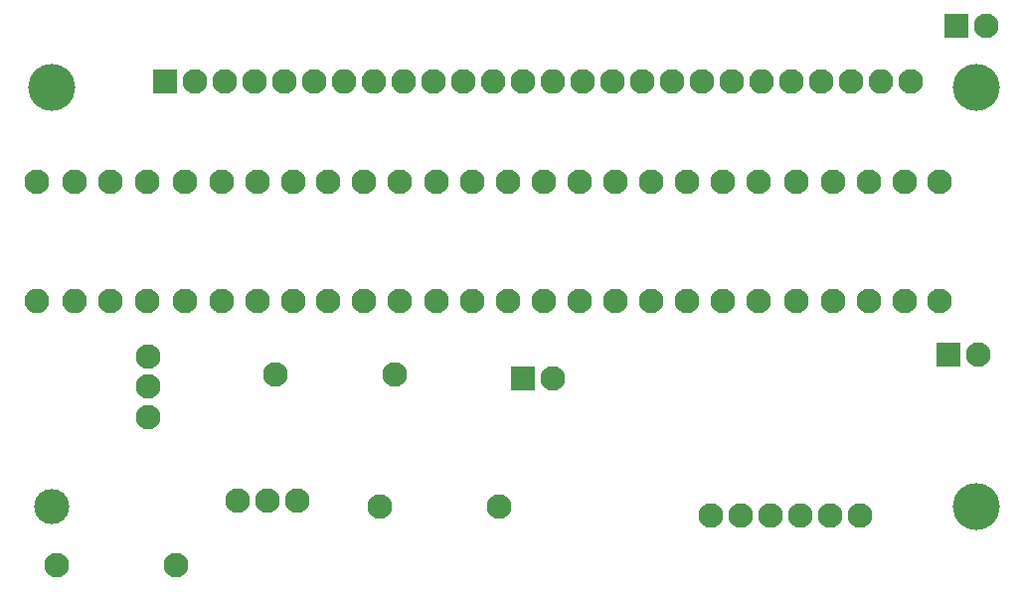
<source format=gbr>
%TF.GenerationSoftware,KiCad,Pcbnew,8.0.3*%
%TF.CreationDate,2024-07-19T22:03:54-04:00*%
%TF.ProjectId,CCPPowerBoard,43435050-6f77-4657-9242-6f6172642e6b,rev?*%
%TF.SameCoordinates,Original*%
%TF.FileFunction,Copper,L1,Top*%
%TF.FilePolarity,Positive*%
%FSLAX46Y46*%
G04 Gerber Fmt 4.6, Leading zero omitted, Abs format (unit mm)*
G04 Created by KiCad (PCBNEW 8.0.3) date 2024-07-19 22:03:54*
%MOMM*%
%LPD*%
G01*
G04 APERTURE LIST*
%TA.AperFunction,ComponentPad*%
%ADD10C,2.100000*%
%TD*%
%TA.AperFunction,ComponentPad*%
%ADD11R,2.100000X2.100000*%
%TD*%
%TA.AperFunction,ComponentPad*%
%ADD12O,2.100000X2.100000*%
%TD*%
%TA.AperFunction,ViaPad*%
%ADD13C,4.000000*%
%TD*%
%TA.AperFunction,ViaPad*%
%ADD14C,3.000000*%
%TD*%
G04 APERTURE END LIST*
D10*
%TO.P,R1,1*%
%TO.N,Net-(J1-Pin_26)*%
X149100000Y-69500000D03*
%TO.P,R1,2*%
%TO.N,Net-(J7-Pin_1)*%
X149100000Y-79660000D03*
%TD*%
%TO.P,R15,1*%
%TO.N,Net-(J1-Pin_12)*%
X106200000Y-69500000D03*
%TO.P,R15,2*%
%TO.N,Net-(J7-Pin_1)*%
X106200000Y-79660000D03*
%TD*%
%TO.P,R10,1*%
%TO.N,Net-(J1-Pin_17)*%
X121450000Y-69500000D03*
%TO.P,R10,2*%
%TO.N,Net-(J7-Pin_1)*%
X121450000Y-79660000D03*
%TD*%
%TO.P,R8,1*%
%TO.N,Net-(J1-Pin_19)*%
X127550000Y-69500000D03*
%TO.P,R8,2*%
%TO.N,Net-(J7-Pin_1)*%
X127550000Y-79660000D03*
%TD*%
%TO.P,R22,1*%
%TO.N,Net-(J1-Pin_5)*%
X84800000Y-69500000D03*
%TO.P,R22,2*%
%TO.N,Net-(J7-Pin_1)*%
X84800000Y-79660000D03*
%TD*%
%TO.P,R18,1*%
%TO.N,Net-(J1-Pin_9)*%
X97050000Y-69500000D03*
%TO.P,R18,2*%
%TO.N,Net-(J7-Pin_1)*%
X97050000Y-79660000D03*
%TD*%
%TO.P,R2,1*%
%TO.N,Net-(J1-Pin_25)*%
X146100000Y-69500000D03*
%TO.P,R2,2*%
%TO.N,Net-(J7-Pin_1)*%
X146100000Y-79660000D03*
%TD*%
%TO.P,R13,1*%
%TO.N,Net-(J1-Pin_14)*%
X112300000Y-69500000D03*
%TO.P,R13,2*%
%TO.N,Net-(J7-Pin_1)*%
X112300000Y-79660000D03*
%TD*%
%TO.P,R29,1*%
%TO.N,Net-(Q2-G)*%
X92535000Y-86000000D03*
%TO.P,R29,2*%
%TO.N,Net-(J5-Pin_1)*%
X102695000Y-86000000D03*
%TD*%
%TO.P,R12,1*%
%TO.N,Net-(J1-Pin_15)*%
X115350000Y-69500000D03*
%TO.P,R12,2*%
%TO.N,Net-(J7-Pin_1)*%
X115350000Y-79660000D03*
%TD*%
%TO.P,J2,1,Pin_1*%
%TO.N,Net-(J2-Pin_1)*%
X129650000Y-98000000D03*
%TO.P,J2,2,Pin_2*%
X132190000Y-98000000D03*
%TO.P,J2,3,Pin_3*%
X134730000Y-98000000D03*
%TO.P,J2,4,Pin_4*%
X137270000Y-98000000D03*
%TO.P,J2,5,Pin_5*%
X139810000Y-98000000D03*
%TO.P,J2,6,Pin_6*%
X142350000Y-98000000D03*
%TD*%
%TO.P,R28,1*%
%TO.N,Net-(Q1-B)*%
X73920000Y-102250000D03*
%TO.P,R28,2*%
%TO.N,Net-(Q2-D)*%
X84080000Y-102250000D03*
%TD*%
%TO.P,R27,1*%
%TO.N,Net-(J2-Pin_1)*%
X111600000Y-97250000D03*
%TO.P,R27,2*%
%TO.N,Net-(Q2-G)*%
X101440000Y-97250000D03*
%TD*%
D11*
%TO.P,J6,1,Pin_1*%
%TO.N,Net-(J6-Pin_1)*%
X149825000Y-84250000D03*
D10*
%TO.P,J6,2,Pin_2*%
%TO.N,Net-(J2-Pin_1)*%
X152365000Y-84250000D03*
%TD*%
%TO.P,R26,1*%
%TO.N,Net-(J1-Pin_1)*%
X72200000Y-69500000D03*
D12*
%TO.P,R26,2*%
%TO.N,Net-(J7-Pin_1)*%
X72200000Y-79660000D03*
%TD*%
D10*
%TO.P,R4,1*%
%TO.N,Net-(J1-Pin_23)*%
X140000000Y-69500000D03*
%TO.P,R4,2*%
%TO.N,Net-(J7-Pin_1)*%
X140000000Y-79660000D03*
%TD*%
D11*
%TO.P,J7,1,Pin_1*%
%TO.N,Net-(J7-Pin_1)*%
X150500000Y-56250000D03*
D10*
%TO.P,J7,2,Pin_2*%
%TO.N,Net-(J2-Pin_1)*%
X153040000Y-56250000D03*
%TD*%
%TO.P,R23,1*%
%TO.N,Net-(J1-Pin_4)*%
X81600000Y-69500000D03*
%TO.P,R23,2*%
%TO.N,Net-(J7-Pin_1)*%
X81600000Y-79660000D03*
%TD*%
%TO.P,Q2,1,G*%
%TO.N,Net-(Q2-G)*%
X89270000Y-96750000D03*
%TO.P,Q2,2,D*%
%TO.N,Net-(Q2-D)*%
X91810000Y-96750000D03*
%TO.P,Q2,3,S*%
%TO.N,Net-(J2-Pin_1)*%
X94350000Y-96750000D03*
%TD*%
%TO.P,Q1,1,C*%
%TO.N,Net-(J7-Pin_1)*%
X81725000Y-84400000D03*
%TO.P,Q1,2,B*%
%TO.N,Net-(Q1-B)*%
X81725000Y-87000000D03*
%TO.P,Q1,3,E*%
%TO.N,Net-(J6-Pin_1)*%
X81725000Y-89600000D03*
%TD*%
D11*
%TO.P,J1,1,Pin_1*%
%TO.N,Net-(J1-Pin_1)*%
X83110000Y-60950000D03*
D10*
%TO.P,J1,2,Pin_2*%
%TO.N,Net-(J1-Pin_2)*%
X85650000Y-60950000D03*
%TO.P,J1,3,Pin_3*%
%TO.N,Net-(J1-Pin_3)*%
X88190000Y-60950000D03*
%TO.P,J1,4,Pin_4*%
%TO.N,Net-(J1-Pin_4)*%
X90730000Y-60950000D03*
%TO.P,J1,5,Pin_5*%
%TO.N,Net-(J1-Pin_5)*%
X93270000Y-60950000D03*
%TO.P,J1,6,Pin_6*%
%TO.N,Net-(J1-Pin_6)*%
X95810000Y-60950000D03*
D12*
%TO.P,J1,7,Pin_7*%
%TO.N,Net-(J1-Pin_7)*%
X98350000Y-60950000D03*
%TO.P,J1,8,Pin_8*%
%TO.N,Net-(J1-Pin_8)*%
X100890000Y-60950000D03*
%TO.P,J1,9,Pin_9*%
%TO.N,Net-(J1-Pin_9)*%
X103430000Y-60950000D03*
D10*
%TO.P,J1,10,Pin_10*%
%TO.N,Net-(J1-Pin_10)*%
X105970000Y-60950000D03*
%TO.P,J1,11,Pin_11*%
%TO.N,Net-(J1-Pin_11)*%
X108510000Y-60950000D03*
D12*
%TO.P,J1,12,Pin_12*%
%TO.N,Net-(J1-Pin_12)*%
X111050000Y-60950000D03*
D10*
%TO.P,J1,13,Pin_13*%
%TO.N,Net-(J1-Pin_13)*%
X113590000Y-60950000D03*
D12*
%TO.P,J1,14,Pin_14*%
%TO.N,Net-(J1-Pin_14)*%
X116130000Y-60950000D03*
D10*
%TO.P,J1,15,Pin_15*%
%TO.N,Net-(J1-Pin_15)*%
X118670000Y-60950000D03*
%TO.P,J1,16,Pin_16*%
%TO.N,Net-(J1-Pin_16)*%
X121210000Y-60950000D03*
%TO.P,J1,17,Pin_17*%
%TO.N,Net-(J1-Pin_17)*%
X123750000Y-60950000D03*
%TO.P,J1,18,Pin_18*%
%TO.N,Net-(J1-Pin_18)*%
X126290000Y-60950000D03*
%TO.P,J1,19,Pin_19*%
%TO.N,Net-(J1-Pin_19)*%
X128830000Y-60950000D03*
%TO.P,J1,20,Pin_20*%
%TO.N,Net-(J1-Pin_20)*%
X131370000Y-60950000D03*
D12*
%TO.P,J1,21,Pin_21*%
%TO.N,Net-(J1-Pin_21)*%
X133910000Y-60950000D03*
D10*
%TO.P,J1,22,Pin_22*%
%TO.N,Net-(J1-Pin_22)*%
X136450000Y-60950000D03*
%TO.P,J1,23,Pin_23*%
%TO.N,Net-(J1-Pin_23)*%
X138990000Y-60950000D03*
%TO.P,J1,24,Pin_24*%
%TO.N,Net-(J1-Pin_24)*%
X141530000Y-60950000D03*
D12*
%TO.P,J1,25,Pin_25*%
%TO.N,Net-(J1-Pin_25)*%
X144070000Y-60950000D03*
D10*
%TO.P,J1,26,Pin_26*%
%TO.N,Net-(J1-Pin_26)*%
X146610000Y-60950000D03*
%TD*%
%TO.P,R25,1*%
%TO.N,Net-(J1-Pin_2)*%
X75400000Y-69500000D03*
D12*
%TO.P,R25,2*%
%TO.N,Net-(J7-Pin_1)*%
X75400000Y-79660000D03*
%TD*%
D10*
%TO.P,R20,1*%
%TO.N,Net-(J1-Pin_7)*%
X91000000Y-69500000D03*
%TO.P,R20,2*%
%TO.N,Net-(J7-Pin_1)*%
X91000000Y-79660000D03*
%TD*%
%TO.P,R21,1*%
%TO.N,Net-(J1-Pin_6)*%
X87950000Y-69500000D03*
%TO.P,R21,2*%
%TO.N,Net-(J7-Pin_1)*%
X87950000Y-79660000D03*
%TD*%
%TO.P,R17,1*%
%TO.N,Net-(J1-Pin_10)*%
X100100000Y-69500000D03*
%TO.P,R17,2*%
%TO.N,Net-(J7-Pin_1)*%
X100100000Y-79660000D03*
%TD*%
%TO.P,R24,1*%
%TO.N,Net-(J1-Pin_3)*%
X78500000Y-69500000D03*
%TO.P,R24,2*%
%TO.N,Net-(J7-Pin_1)*%
X78500000Y-79660000D03*
%TD*%
%TO.P,R9,1*%
%TO.N,Net-(J1-Pin_18)*%
X124500000Y-69500000D03*
%TO.P,R9,2*%
%TO.N,Net-(J7-Pin_1)*%
X124500000Y-79660000D03*
%TD*%
%TO.P,R5,1*%
%TO.N,Net-(J1-Pin_22)*%
X136850000Y-69500000D03*
%TO.P,R5,2*%
%TO.N,Net-(J7-Pin_1)*%
X136850000Y-79660000D03*
%TD*%
D11*
%TO.P,J5,1,Pin_1*%
%TO.N,Net-(J5-Pin_1)*%
X113575000Y-86300000D03*
D10*
%TO.P,J5,2,Pin_2*%
%TO.N,Net-(J2-Pin_1)*%
X116115000Y-86300000D03*
%TD*%
%TO.P,R19,1*%
%TO.N,Net-(J1-Pin_8)*%
X94050000Y-69500000D03*
%TO.P,R19,2*%
%TO.N,Net-(J7-Pin_1)*%
X94050000Y-79660000D03*
%TD*%
%TO.P,R6,1*%
%TO.N,Net-(J1-Pin_21)*%
X133650000Y-69500000D03*
%TO.P,R6,2*%
%TO.N,Net-(J7-Pin_1)*%
X133650000Y-79660000D03*
%TD*%
%TO.P,R3,1*%
%TO.N,Net-(J1-Pin_24)*%
X143050000Y-69500000D03*
%TO.P,R3,2*%
%TO.N,Net-(J7-Pin_1)*%
X143050000Y-79660000D03*
%TD*%
%TO.P,R14,1*%
%TO.N,Net-(J1-Pin_13)*%
X109250000Y-69500000D03*
%TO.P,R14,2*%
%TO.N,Net-(J7-Pin_1)*%
X109250000Y-79660000D03*
%TD*%
%TO.P,R16,1*%
%TO.N,Net-(J1-Pin_11)*%
X103150000Y-69500000D03*
%TO.P,R16,2*%
%TO.N,Net-(J7-Pin_1)*%
X103150000Y-79660000D03*
%TD*%
%TO.P,R11,1*%
%TO.N,Net-(J1-Pin_16)*%
X118400000Y-69500000D03*
%TO.P,R11,2*%
%TO.N,Net-(J7-Pin_1)*%
X118400000Y-79660000D03*
%TD*%
%TO.P,R7,1*%
%TO.N,Net-(J1-Pin_20)*%
X130600000Y-69500000D03*
%TO.P,R7,2*%
%TO.N,Net-(J7-Pin_1)*%
X130600000Y-79660000D03*
%TD*%
D13*
%TO.N,*%
X73500000Y-61500000D03*
X152250000Y-61500000D03*
D14*
X73500000Y-97250000D03*
D13*
%TO.N,Net-(Q1-B)*%
X152250000Y-97250000D03*
%TD*%
M02*

</source>
